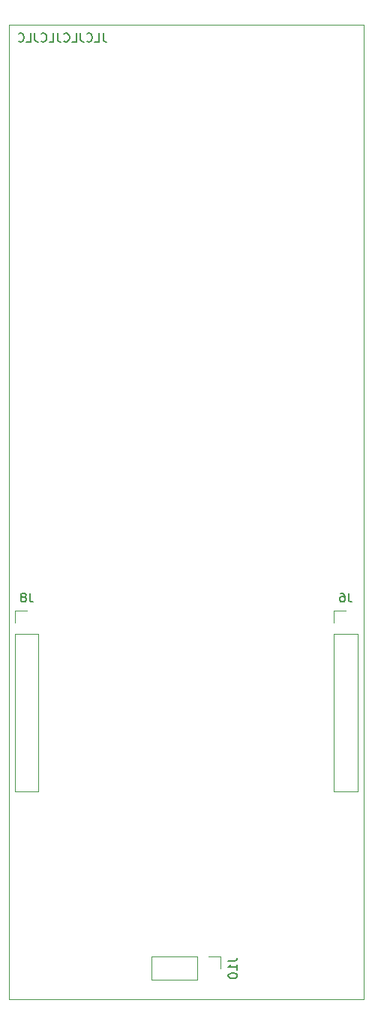
<source format=gbo>
G04 #@! TF.GenerationSoftware,KiCad,Pcbnew,(6.0.0)*
G04 #@! TF.CreationDate,2022-07-07T19:59:41+01:00*
G04 #@! TF.ProjectId,Snare+Hihat,536e6172-652b-4486-9968-61742e6b6963,rev?*
G04 #@! TF.SameCoordinates,Original*
G04 #@! TF.FileFunction,Legend,Bot*
G04 #@! TF.FilePolarity,Positive*
%FSLAX46Y46*%
G04 Gerber Fmt 4.6, Leading zero omitted, Abs format (unit mm)*
G04 Created by KiCad (PCBNEW (6.0.0)) date 2022-07-07 19:59:41*
%MOMM*%
%LPD*%
G01*
G04 APERTURE LIST*
%ADD10C,0.150000*%
G04 #@! TA.AperFunction,Profile*
%ADD11C,0.050000*%
G04 #@! TD*
%ADD12C,0.120000*%
%ADD13R,1.800000X1.800000*%
%ADD14C,1.800000*%
%ADD15C,1.600000*%
%ADD16R,1.600000X1.600000*%
%ADD17R,1.930000X1.830000*%
%ADD18C,2.130000*%
%ADD19C,4.000000*%
%ADD20R,1.050000X1.500000*%
%ADD21O,1.050000X1.500000*%
%ADD22O,1.600000X1.600000*%
%ADD23R,1.700000X1.700000*%
%ADD24O,1.700000X1.700000*%
%ADD25O,3.700000X2.400000*%
G04 APERTURE END LIST*
D10*
X61619047Y-30452380D02*
X61619047Y-31166666D01*
X61666666Y-31309523D01*
X61761904Y-31404761D01*
X61904761Y-31452380D01*
X62000000Y-31452380D01*
X60666666Y-31452380D02*
X61142857Y-31452380D01*
X61142857Y-30452380D01*
X59761904Y-31357142D02*
X59809523Y-31404761D01*
X59952380Y-31452380D01*
X60047619Y-31452380D01*
X60190476Y-31404761D01*
X60285714Y-31309523D01*
X60333333Y-31214285D01*
X60380952Y-31023809D01*
X60380952Y-30880952D01*
X60333333Y-30690476D01*
X60285714Y-30595238D01*
X60190476Y-30500000D01*
X60047619Y-30452380D01*
X59952380Y-30452380D01*
X59809523Y-30500000D01*
X59761904Y-30547619D01*
X59047619Y-30452380D02*
X59047619Y-31166666D01*
X59095238Y-31309523D01*
X59190476Y-31404761D01*
X59333333Y-31452380D01*
X59428571Y-31452380D01*
X58095238Y-31452380D02*
X58571428Y-31452380D01*
X58571428Y-30452380D01*
X57190476Y-31357142D02*
X57238095Y-31404761D01*
X57380952Y-31452380D01*
X57476190Y-31452380D01*
X57619047Y-31404761D01*
X57714285Y-31309523D01*
X57761904Y-31214285D01*
X57809523Y-31023809D01*
X57809523Y-30880952D01*
X57761904Y-30690476D01*
X57714285Y-30595238D01*
X57619047Y-30500000D01*
X57476190Y-30452380D01*
X57380952Y-30452380D01*
X57238095Y-30500000D01*
X57190476Y-30547619D01*
X56476190Y-30452380D02*
X56476190Y-31166666D01*
X56523809Y-31309523D01*
X56619047Y-31404761D01*
X56761904Y-31452380D01*
X56857142Y-31452380D01*
X55523809Y-31452380D02*
X56000000Y-31452380D01*
X56000000Y-30452380D01*
X54619047Y-31357142D02*
X54666666Y-31404761D01*
X54809523Y-31452380D01*
X54904761Y-31452380D01*
X55047619Y-31404761D01*
X55142857Y-31309523D01*
X55190476Y-31214285D01*
X55238095Y-31023809D01*
X55238095Y-30880952D01*
X55190476Y-30690476D01*
X55142857Y-30595238D01*
X55047619Y-30500000D01*
X54904761Y-30452380D01*
X54809523Y-30452380D01*
X54666666Y-30500000D01*
X54619047Y-30547619D01*
X53904761Y-30452380D02*
X53904761Y-31166666D01*
X53952380Y-31309523D01*
X54047619Y-31404761D01*
X54190476Y-31452380D01*
X54285714Y-31452380D01*
X52952380Y-31452380D02*
X53428571Y-31452380D01*
X53428571Y-30452380D01*
X52047619Y-31357142D02*
X52095238Y-31404761D01*
X52238095Y-31452380D01*
X52333333Y-31452380D01*
X52476190Y-31404761D01*
X52571428Y-31309523D01*
X52619047Y-31214285D01*
X52666666Y-31023809D01*
X52666666Y-30880952D01*
X52619047Y-30690476D01*
X52571428Y-30595238D01*
X52476190Y-30500000D01*
X52333333Y-30452380D01*
X52238095Y-30452380D01*
X52095238Y-30500000D01*
X52047619Y-30547619D01*
D11*
X51000000Y-29500000D02*
X51000000Y-139500000D01*
X51000000Y-139500000D02*
X91000000Y-139500000D01*
X90999999Y-29500000D02*
X91000000Y-139500000D01*
X51000000Y-29500000D02*
X90999999Y-29500000D01*
D10*
X75747380Y-135165476D02*
X76461666Y-135165476D01*
X76604523Y-135117857D01*
X76699761Y-135022619D01*
X76747380Y-134879761D01*
X76747380Y-134784523D01*
X76747380Y-136165476D02*
X76747380Y-135594047D01*
X76747380Y-135879761D02*
X75747380Y-135879761D01*
X75890238Y-135784523D01*
X75985476Y-135689285D01*
X76033095Y-135594047D01*
X75747380Y-136784523D02*
X75747380Y-136879761D01*
X75795000Y-136975000D01*
X75842619Y-137022619D01*
X75937857Y-137070238D01*
X76128333Y-137117857D01*
X76366428Y-137117857D01*
X76556904Y-137070238D01*
X76652142Y-137022619D01*
X76699761Y-136975000D01*
X76747380Y-136879761D01*
X76747380Y-136784523D01*
X76699761Y-136689285D01*
X76652142Y-136641666D01*
X76556904Y-136594047D01*
X76366428Y-136546428D01*
X76128333Y-136546428D01*
X75937857Y-136594047D01*
X75842619Y-136641666D01*
X75795000Y-136689285D01*
X75747380Y-136784523D01*
X53333333Y-93642380D02*
X53333333Y-94356666D01*
X53380952Y-94499523D01*
X53476190Y-94594761D01*
X53619047Y-94642380D01*
X53714285Y-94642380D01*
X52714285Y-94070952D02*
X52809523Y-94023333D01*
X52857142Y-93975714D01*
X52904761Y-93880476D01*
X52904761Y-93832857D01*
X52857142Y-93737619D01*
X52809523Y-93690000D01*
X52714285Y-93642380D01*
X52523809Y-93642380D01*
X52428571Y-93690000D01*
X52380952Y-93737619D01*
X52333333Y-93832857D01*
X52333333Y-93880476D01*
X52380952Y-93975714D01*
X52428571Y-94023333D01*
X52523809Y-94070952D01*
X52714285Y-94070952D01*
X52809523Y-94118571D01*
X52857142Y-94166190D01*
X52904761Y-94261428D01*
X52904761Y-94451904D01*
X52857142Y-94547142D01*
X52809523Y-94594761D01*
X52714285Y-94642380D01*
X52523809Y-94642380D01*
X52428571Y-94594761D01*
X52380952Y-94547142D01*
X52333333Y-94451904D01*
X52333333Y-94261428D01*
X52380952Y-94166190D01*
X52428571Y-94118571D01*
X52523809Y-94070952D01*
X89333333Y-93642380D02*
X89333333Y-94356666D01*
X89380952Y-94499523D01*
X89476190Y-94594761D01*
X89619047Y-94642380D01*
X89714285Y-94642380D01*
X88428571Y-93642380D02*
X88619047Y-93642380D01*
X88714285Y-93690000D01*
X88761904Y-93737619D01*
X88857142Y-93880476D01*
X88904761Y-94070952D01*
X88904761Y-94451904D01*
X88857142Y-94547142D01*
X88809523Y-94594761D01*
X88714285Y-94642380D01*
X88523809Y-94642380D01*
X88428571Y-94594761D01*
X88380952Y-94547142D01*
X88333333Y-94451904D01*
X88333333Y-94213809D01*
X88380952Y-94118571D01*
X88428571Y-94070952D01*
X88523809Y-94023333D01*
X88714285Y-94023333D01*
X88809523Y-94070952D01*
X88857142Y-94118571D01*
X88904761Y-94213809D01*
D12*
X74855000Y-134645000D02*
X73525000Y-134645000D01*
X74855000Y-135975000D02*
X74855000Y-134645000D01*
X67115000Y-137305000D02*
X67115000Y-134645000D01*
X72255000Y-134645000D02*
X67115000Y-134645000D01*
X72255000Y-137305000D02*
X72255000Y-134645000D01*
X72255000Y-137305000D02*
X67115000Y-137305000D01*
X54330000Y-98230000D02*
X51670000Y-98230000D01*
X51670000Y-95630000D02*
X51670000Y-96960000D01*
X54330000Y-98230000D02*
X54330000Y-116070000D01*
X53000000Y-95630000D02*
X51670000Y-95630000D01*
X54330000Y-116070000D02*
X51670000Y-116070000D01*
X51670000Y-98230000D02*
X51670000Y-116070000D01*
X87670000Y-98230000D02*
X87670000Y-116070000D01*
X90330000Y-98230000D02*
X90330000Y-116070000D01*
X90330000Y-98230000D02*
X87670000Y-98230000D01*
X90330000Y-116070000D02*
X87670000Y-116070000D01*
X87670000Y-95630000D02*
X87670000Y-96960000D01*
X89000000Y-95630000D02*
X87670000Y-95630000D01*
%LPC*%
D13*
X80725000Y-107500000D03*
D14*
X83265000Y-107500000D03*
D15*
X58500000Y-68500000D03*
X53500000Y-68500000D03*
X68000000Y-87500000D03*
X68000000Y-92500000D03*
X53000000Y-119500000D03*
X53000000Y-124500000D03*
X61500000Y-68500000D03*
X66500000Y-68500000D03*
X89000000Y-119500000D03*
X89000000Y-124500000D03*
D16*
X69000000Y-131000000D03*
D15*
X67000000Y-131000000D03*
X74000000Y-87500000D03*
X74000000Y-92500000D03*
D16*
X73044888Y-131000000D03*
D15*
X75044888Y-131000000D03*
D17*
X60000000Y-112000000D03*
D18*
X60000000Y-123400000D03*
X60000000Y-115100000D03*
D19*
X64400000Y-36000000D03*
X55600000Y-36000000D03*
D14*
X62500000Y-43000000D03*
X60000000Y-43000000D03*
X57500000Y-43000000D03*
D13*
X58725000Y-107500000D03*
D14*
X61265000Y-107500000D03*
D17*
X60000000Y-126500000D03*
D18*
X60000000Y-137900000D03*
X60000000Y-129600000D03*
D20*
X58730000Y-102360000D03*
D21*
X60000000Y-102360000D03*
X61270000Y-102360000D03*
D20*
X83270000Y-101640000D03*
D21*
X82000000Y-101640000D03*
X80730000Y-101640000D03*
D17*
X82000000Y-126500000D03*
D18*
X82000000Y-137900000D03*
X82000000Y-129600000D03*
D15*
X80500000Y-68500000D03*
X75500000Y-68500000D03*
X83000000Y-68500000D03*
X88000000Y-68500000D03*
D16*
X74800000Y-124800000D03*
D22*
X74800000Y-122260000D03*
X74800000Y-119720000D03*
X74800000Y-117180000D03*
X67180000Y-117180000D03*
X67180000Y-119720000D03*
X67180000Y-122260000D03*
X67180000Y-124800000D03*
D23*
X73525000Y-135975000D03*
D24*
X70985000Y-135975000D03*
X68445000Y-135975000D03*
D23*
X53000000Y-96960000D03*
D24*
X53000000Y-99500000D03*
X53000000Y-102040000D03*
X53000000Y-104580000D03*
X53000000Y-107120000D03*
X53000000Y-109660000D03*
X53000000Y-112200000D03*
X53000000Y-114740000D03*
D23*
X89000000Y-96960000D03*
D24*
X89000000Y-99500000D03*
X89000000Y-102040000D03*
X89000000Y-104580000D03*
X89000000Y-107120000D03*
X89000000Y-109660000D03*
X89000000Y-112200000D03*
X89000000Y-114740000D03*
D15*
X53000000Y-137080000D03*
D22*
X53000000Y-126920000D03*
D15*
X66500000Y-104340000D03*
D22*
X66500000Y-114500000D03*
D19*
X64400000Y-76500000D03*
X55600000Y-76500000D03*
D14*
X62500000Y-83500000D03*
X60000000Y-83500000D03*
X57500000Y-83500000D03*
D25*
X57600000Y-88300000D03*
X57600000Y-93000000D03*
X57600000Y-97700000D03*
X62400000Y-88300000D03*
X62400000Y-93000000D03*
X62400000Y-97700000D03*
D15*
X89000000Y-137000000D03*
D22*
X89000000Y-126840000D03*
D25*
X79600000Y-88300000D03*
X79600000Y-93000000D03*
X79600000Y-97700000D03*
X84400000Y-88300000D03*
X84400000Y-93000000D03*
X84400000Y-97700000D03*
D17*
X82000000Y-112000000D03*
D18*
X82000000Y-123400000D03*
X82000000Y-115100000D03*
D19*
X86400000Y-76500000D03*
X77600000Y-76500000D03*
D14*
X84500000Y-83500000D03*
X82000000Y-83500000D03*
X79500000Y-83500000D03*
D19*
X86400000Y-56550000D03*
X77600000Y-56550000D03*
D14*
X84500000Y-63550000D03*
X82000000Y-63550000D03*
X79500000Y-63550000D03*
D19*
X55600000Y-56550000D03*
X64400000Y-56550000D03*
D14*
X62500000Y-63550000D03*
X60000000Y-63550000D03*
X57500000Y-63550000D03*
D15*
X69500000Y-104340000D03*
D22*
X69500000Y-114500000D03*
D15*
X72500000Y-104340000D03*
D22*
X72500000Y-114500000D03*
D15*
X75500000Y-104340000D03*
D22*
X75500000Y-114500000D03*
D19*
X86400000Y-36000000D03*
X77600000Y-36000000D03*
D14*
X84500000Y-43000000D03*
X82000000Y-43000000D03*
X79500000Y-43000000D03*
M02*

</source>
